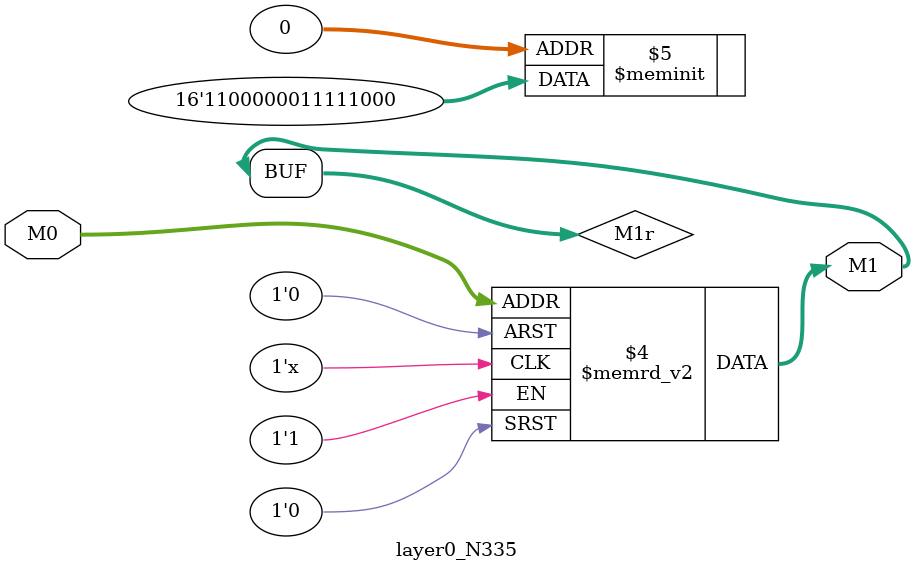
<source format=v>
module layer0_N335 ( input [2:0] M0, output [1:0] M1 );

	(*rom_style = "distributed" *) reg [1:0] M1r;
	assign M1 = M1r;
	always @ (M0) begin
		case (M0)
			3'b000: M1r = 2'b00;
			3'b100: M1r = 2'b00;
			3'b010: M1r = 2'b11;
			3'b110: M1r = 2'b00;
			3'b001: M1r = 2'b10;
			3'b101: M1r = 2'b00;
			3'b011: M1r = 2'b11;
			3'b111: M1r = 2'b11;

		endcase
	end
endmodule

</source>
